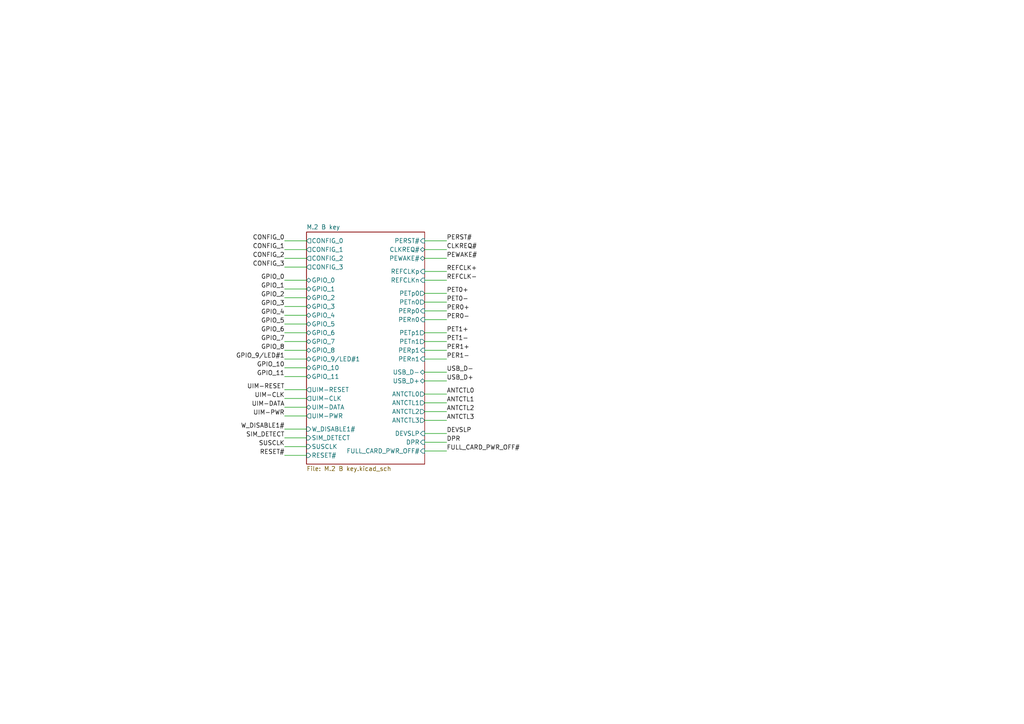
<source format=kicad_sch>
(kicad_sch
	(version 20250114)
	(generator "eeschema")
	(generator_version "9.0")
	(uuid "abab75f8-4cf0-4a9a-a40b-00268e01d8c0")
	(paper "A4")
	(lib_symbols)
	(wire
		(pts
			(xy 82.55 96.52) (xy 88.9 96.52)
		)
		(stroke
			(width 0)
			(type default)
		)
		(uuid "14a87907-bc9e-4c8f-9e61-c0e092013dad")
	)
	(wire
		(pts
			(xy 123.19 110.49) (xy 129.54 110.49)
		)
		(stroke
			(width 0)
			(type default)
		)
		(uuid "15ff817d-b089-402d-b4e0-8fac098977ad")
	)
	(wire
		(pts
			(xy 82.55 101.6) (xy 88.9 101.6)
		)
		(stroke
			(width 0)
			(type default)
		)
		(uuid "17c4bd32-e764-4705-b625-1427952dc449")
	)
	(wire
		(pts
			(xy 123.19 96.52) (xy 129.54 96.52)
		)
		(stroke
			(width 0)
			(type default)
		)
		(uuid "1f90ffad-7755-465e-9795-507954817404")
	)
	(wire
		(pts
			(xy 82.55 83.82) (xy 88.9 83.82)
		)
		(stroke
			(width 0)
			(type default)
		)
		(uuid "29af317a-7df7-4ecb-bb8c-10132e5e99be")
	)
	(wire
		(pts
			(xy 82.55 88.9) (xy 88.9 88.9)
		)
		(stroke
			(width 0)
			(type default)
		)
		(uuid "2b289574-2f1a-4713-93f0-de1c995e6459")
	)
	(wire
		(pts
			(xy 123.19 99.06) (xy 129.54 99.06)
		)
		(stroke
			(width 0)
			(type default)
		)
		(uuid "2ec9fcbb-8127-4c31-a613-17bb43000b0c")
	)
	(wire
		(pts
			(xy 82.55 74.93) (xy 88.9 74.93)
		)
		(stroke
			(width 0)
			(type default)
		)
		(uuid "32602c73-cd94-4d7e-bc1a-e9e9c8b8a876")
	)
	(wire
		(pts
			(xy 82.55 118.11) (xy 88.9 118.11)
		)
		(stroke
			(width 0)
			(type default)
		)
		(uuid "3674703d-707d-4dd9-b997-4217c42446f5")
	)
	(wire
		(pts
			(xy 123.19 116.84) (xy 129.54 116.84)
		)
		(stroke
			(width 0)
			(type default)
		)
		(uuid "3b1e787a-00c7-4e57-ab8d-05379c759623")
	)
	(wire
		(pts
			(xy 82.55 69.85) (xy 88.9 69.85)
		)
		(stroke
			(width 0)
			(type default)
		)
		(uuid "3edcde6c-9e46-4fa5-b2ee-aca7d950012e")
	)
	(wire
		(pts
			(xy 123.19 104.14) (xy 129.54 104.14)
		)
		(stroke
			(width 0)
			(type default)
		)
		(uuid "42e63ac3-7949-427e-a004-9997e1554ce4")
	)
	(wire
		(pts
			(xy 123.19 125.73) (xy 129.54 125.73)
		)
		(stroke
			(width 0)
			(type default)
		)
		(uuid "47ab0fea-3ad8-4a3d-ba7e-a0a5a7891bfa")
	)
	(wire
		(pts
			(xy 123.19 90.17) (xy 129.54 90.17)
		)
		(stroke
			(width 0)
			(type default)
		)
		(uuid "4a93c204-d127-44b4-acf2-753ce5caaf24")
	)
	(wire
		(pts
			(xy 123.19 119.38) (xy 129.54 119.38)
		)
		(stroke
			(width 0)
			(type default)
		)
		(uuid "5319b7a3-2383-4882-88d4-d4884e63682b")
	)
	(wire
		(pts
			(xy 123.19 81.28) (xy 129.54 81.28)
		)
		(stroke
			(width 0)
			(type default)
		)
		(uuid "59ef9279-0801-4ca1-8f38-21e65c3b12bd")
	)
	(wire
		(pts
			(xy 82.55 91.44) (xy 88.9 91.44)
		)
		(stroke
			(width 0)
			(type default)
		)
		(uuid "5a49d3d3-aa29-4f42-8578-f3f8e7116367")
	)
	(wire
		(pts
			(xy 82.55 106.68) (xy 88.9 106.68)
		)
		(stroke
			(width 0)
			(type default)
		)
		(uuid "657e0596-8bf0-4441-801b-ee8c55d35b32")
	)
	(wire
		(pts
			(xy 82.55 99.06) (xy 88.9 99.06)
		)
		(stroke
			(width 0)
			(type default)
		)
		(uuid "808e09c9-b9fb-42f8-b5a9-cfc50189b4ff")
	)
	(wire
		(pts
			(xy 82.55 129.54) (xy 88.9 129.54)
		)
		(stroke
			(width 0)
			(type default)
		)
		(uuid "84c0b2e4-adb3-48e4-817e-d157d9288b47")
	)
	(wire
		(pts
			(xy 82.55 113.03) (xy 88.9 113.03)
		)
		(stroke
			(width 0)
			(type default)
		)
		(uuid "860d2e40-3145-45fb-816e-9dfdd8218c4e")
	)
	(wire
		(pts
			(xy 82.55 120.65) (xy 88.9 120.65)
		)
		(stroke
			(width 0)
			(type default)
		)
		(uuid "8ae5ffe7-ea44-4508-9271-d790cef54af0")
	)
	(wire
		(pts
			(xy 82.55 86.36) (xy 88.9 86.36)
		)
		(stroke
			(width 0)
			(type default)
		)
		(uuid "8cf43d11-f05e-422c-bcfc-6663bba39622")
	)
	(wire
		(pts
			(xy 123.19 114.3) (xy 129.54 114.3)
		)
		(stroke
			(width 0)
			(type default)
		)
		(uuid "8f50c854-802d-412e-a12f-11387e789023")
	)
	(wire
		(pts
			(xy 82.55 93.98) (xy 88.9 93.98)
		)
		(stroke
			(width 0)
			(type default)
		)
		(uuid "99998f51-a420-47ee-81dd-4f83d5f8f2e2")
	)
	(wire
		(pts
			(xy 123.19 78.74) (xy 129.54 78.74)
		)
		(stroke
			(width 0)
			(type default)
		)
		(uuid "9afdfdf0-e6ab-4585-878f-c70bcc41f1ae")
	)
	(wire
		(pts
			(xy 82.55 104.14) (xy 88.9 104.14)
		)
		(stroke
			(width 0)
			(type default)
		)
		(uuid "9ff43e6c-5643-47dd-a3f6-563feae2f27c")
	)
	(wire
		(pts
			(xy 123.19 92.71) (xy 129.54 92.71)
		)
		(stroke
			(width 0)
			(type default)
		)
		(uuid "a5b62484-2945-4fb0-aaa6-fd174faa39eb")
	)
	(wire
		(pts
			(xy 123.19 72.39) (xy 129.54 72.39)
		)
		(stroke
			(width 0)
			(type default)
		)
		(uuid "a65ddec9-2508-46c8-8d67-2f7dcf2af602")
	)
	(wire
		(pts
			(xy 82.55 72.39) (xy 88.9 72.39)
		)
		(stroke
			(width 0)
			(type default)
		)
		(uuid "a70498da-919c-4d2d-b882-8c2547575471")
	)
	(wire
		(pts
			(xy 82.55 132.08) (xy 88.9 132.08)
		)
		(stroke
			(width 0)
			(type default)
		)
		(uuid "a84c3d36-2588-44bf-ab5f-e76a5fde788a")
	)
	(wire
		(pts
			(xy 82.55 127) (xy 88.9 127)
		)
		(stroke
			(width 0)
			(type default)
		)
		(uuid "aa5c5db4-010a-439f-88d8-f45b2ad55b0f")
	)
	(wire
		(pts
			(xy 123.19 85.09) (xy 129.54 85.09)
		)
		(stroke
			(width 0)
			(type default)
		)
		(uuid "abd58b6a-f326-488e-9eb4-866460fff967")
	)
	(wire
		(pts
			(xy 82.55 81.28) (xy 88.9 81.28)
		)
		(stroke
			(width 0)
			(type default)
		)
		(uuid "b50e83a2-472f-4016-9735-920edb7e1343")
	)
	(wire
		(pts
			(xy 123.19 74.93) (xy 129.54 74.93)
		)
		(stroke
			(width 0)
			(type default)
		)
		(uuid "b99cacc2-0d5a-4e0d-a5e8-2c0efa961726")
	)
	(wire
		(pts
			(xy 82.55 115.57) (xy 88.9 115.57)
		)
		(stroke
			(width 0)
			(type default)
		)
		(uuid "c13302ef-fe97-4e36-ad14-ebd16fb8ac64")
	)
	(wire
		(pts
			(xy 123.19 130.81) (xy 129.54 130.81)
		)
		(stroke
			(width 0)
			(type default)
		)
		(uuid "c606876c-e56a-47bf-b1ab-a7069e16e119")
	)
	(wire
		(pts
			(xy 82.55 77.47) (xy 88.9 77.47)
		)
		(stroke
			(width 0)
			(type default)
		)
		(uuid "cac63ce9-7334-4ec7-9e16-9057a9a465b7")
	)
	(wire
		(pts
			(xy 82.55 109.22) (xy 88.9 109.22)
		)
		(stroke
			(width 0)
			(type default)
		)
		(uuid "d2960a6c-43c4-4f56-8ffc-772ea05ba8a4")
	)
	(wire
		(pts
			(xy 123.19 128.27) (xy 129.54 128.27)
		)
		(stroke
			(width 0)
			(type default)
		)
		(uuid "e60085dc-3594-4b88-9c6a-016e783a29ad")
	)
	(wire
		(pts
			(xy 123.19 87.63) (xy 129.54 87.63)
		)
		(stroke
			(width 0)
			(type default)
		)
		(uuid "ec6d438e-c8ca-4fcc-957f-3a84e2b6cd95")
	)
	(wire
		(pts
			(xy 123.19 69.85) (xy 129.54 69.85)
		)
		(stroke
			(width 0)
			(type default)
		)
		(uuid "f1ab05ad-8983-440b-92be-f98edecdacf0")
	)
	(wire
		(pts
			(xy 123.19 107.95) (xy 129.54 107.95)
		)
		(stroke
			(width 0)
			(type default)
		)
		(uuid "f5bdae67-0260-4a43-a7a3-81b90bdfed4d")
	)
	(wire
		(pts
			(xy 123.19 121.92) (xy 129.54 121.92)
		)
		(stroke
			(width 0)
			(type default)
		)
		(uuid "f6ccf11e-b44d-46e7-bf56-f870949e9eb2")
	)
	(wire
		(pts
			(xy 123.19 101.6) (xy 129.54 101.6)
		)
		(stroke
			(width 0)
			(type default)
		)
		(uuid "f7a112b7-3bbf-47d7-b644-216b7ddd1e66")
	)
	(wire
		(pts
			(xy 82.55 124.46) (xy 88.9 124.46)
		)
		(stroke
			(width 0)
			(type default)
		)
		(uuid "fb88ba79-5290-4c17-a3c4-ef879d6266f7")
	)
	(label "PER0-"
		(at 129.54 92.71 0)
		(effects
			(font
				(size 1.27 1.27)
			)
			(justify left bottom)
		)
		(uuid "00779817-2ba2-4f27-a726-7c7bc591e79f")
	)
	(label "SIM_DETECT"
		(at 82.55 127 180)
		(effects
			(font
				(size 1.27 1.27)
			)
			(justify right bottom)
		)
		(uuid "08477d65-7ec7-44f9-8ab9-da5c6fb6b596")
	)
	(label "GPIO_9{slash}LED#1"
		(at 82.55 104.14 180)
		(effects
			(font
				(size 1.27 1.27)
			)
			(justify right bottom)
		)
		(uuid "09a5a558-a790-4795-903a-85aa27057bf6")
	)
	(label "CONFIG_1"
		(at 82.55 72.39 180)
		(effects
			(font
				(size 1.27 1.27)
			)
			(justify right bottom)
		)
		(uuid "0ad857bb-dde3-41b1-8866-456b2bdd4ba9")
	)
	(label "PERST#"
		(at 129.54 69.85 0)
		(effects
			(font
				(size 1.27 1.27)
			)
			(justify left bottom)
		)
		(uuid "0dc23c6f-1eff-4907-b4b9-72303db8354e")
	)
	(label "SUSCLK"
		(at 82.55 129.54 180)
		(effects
			(font
				(size 1.27 1.27)
			)
			(justify right bottom)
		)
		(uuid "0e4d065f-93c8-4edd-8d42-acb65a9199a3")
	)
	(label "PER1+"
		(at 129.54 101.6 0)
		(effects
			(font
				(size 1.27 1.27)
			)
			(justify left bottom)
		)
		(uuid "13f3054e-395a-4363-a773-986136094101")
	)
	(label "CONFIG_0"
		(at 82.55 69.85 180)
		(effects
			(font
				(size 1.27 1.27)
			)
			(justify right bottom)
		)
		(uuid "158d7bfc-1d13-4bc2-948e-65410ec6c68e")
	)
	(label "GPIO_8"
		(at 82.55 101.6 180)
		(effects
			(font
				(size 1.27 1.27)
			)
			(justify right bottom)
		)
		(uuid "1a0501b6-956b-411e-b965-06442f1d1a84")
	)
	(label "USB_D+"
		(at 129.54 110.49 0)
		(effects
			(font
				(size 1.27 1.27)
			)
			(justify left bottom)
		)
		(uuid "1d97a2f3-4309-459a-9877-9a43ef09c672")
	)
	(label "CONFIG_3"
		(at 82.55 77.47 180)
		(effects
			(font
				(size 1.27 1.27)
			)
			(justify right bottom)
		)
		(uuid "201f6cbf-256f-4498-9c7b-bcebec474c41")
	)
	(label "CLKREQ#"
		(at 129.54 72.39 0)
		(effects
			(font
				(size 1.27 1.27)
			)
			(justify left bottom)
		)
		(uuid "228803c5-b295-4633-991a-6f09165b88de")
	)
	(label "PET0-"
		(at 129.54 87.63 0)
		(effects
			(font
				(size 1.27 1.27)
			)
			(justify left bottom)
		)
		(uuid "2849ee7d-1a40-4b5e-89d8-d298f1aa45fd")
	)
	(label "GPIO_5"
		(at 82.55 93.98 180)
		(effects
			(font
				(size 1.27 1.27)
			)
			(justify right bottom)
		)
		(uuid "28594ec6-1c2c-422f-ada5-bff8cccd483a")
	)
	(label "DEVSLP"
		(at 129.54 125.73 0)
		(effects
			(font
				(size 1.27 1.27)
			)
			(justify left bottom)
		)
		(uuid "29a7028e-6632-4320-ad67-ace3b50f14d8")
	)
	(label "REFCLK+"
		(at 129.54 78.74 0)
		(effects
			(font
				(size 1.27 1.27)
			)
			(justify left bottom)
		)
		(uuid "2d6dbfe2-191b-4b84-943b-1c6f78cbd1ec")
	)
	(label "GPIO_4"
		(at 82.55 91.44 180)
		(effects
			(font
				(size 1.27 1.27)
			)
			(justify right bottom)
		)
		(uuid "3a6e0f54-849f-4c9a-8674-1540cb097680")
	)
	(label "PEWAKE#"
		(at 129.54 74.93 0)
		(effects
			(font
				(size 1.27 1.27)
			)
			(justify left bottom)
		)
		(uuid "4d260000-2311-49f5-86fd-141773303ee6")
	)
	(label "RESET#"
		(at 82.55 132.08 180)
		(effects
			(font
				(size 1.27 1.27)
			)
			(justify right bottom)
		)
		(uuid "520f0afd-849a-4b78-b93a-3ea6783501fd")
	)
	(label "W_DISABLE1#"
		(at 82.55 124.46 180)
		(effects
			(font
				(size 1.27 1.27)
			)
			(justify right bottom)
		)
		(uuid "53804e46-6f8f-4a4a-be20-27db092eb908")
	)
	(label "GPIO_6"
		(at 82.55 96.52 180)
		(effects
			(font
				(size 1.27 1.27)
			)
			(justify right bottom)
		)
		(uuid "5a26ff6d-4210-458e-b1b4-ec211fa326ce")
	)
	(label "GPIO_7"
		(at 82.55 99.06 180)
		(effects
			(font
				(size 1.27 1.27)
			)
			(justify right bottom)
		)
		(uuid "6054eca3-a0c6-47b2-adaa-d48106e22d38")
	)
	(label "GPIO_1"
		(at 82.55 83.82 180)
		(effects
			(font
				(size 1.27 1.27)
			)
			(justify right bottom)
		)
		(uuid "61c18a4c-b7f3-4d0f-afcb-740bdee4e9a6")
	)
	(label "ANTCTL3"
		(at 129.54 121.92 0)
		(effects
			(font
				(size 1.27 1.27)
			)
			(justify left bottom)
		)
		(uuid "77ab7121-8ca1-48c6-b589-da27675186c3")
	)
	(label "ANTCTL0"
		(at 129.54 114.3 0)
		(effects
			(font
				(size 1.27 1.27)
			)
			(justify left bottom)
		)
		(uuid "8b83bc01-78b9-4091-b093-b2f45251adce")
	)
	(label "GPIO_11"
		(at 82.55 109.22 180)
		(effects
			(font
				(size 1.27 1.27)
			)
			(justify right bottom)
		)
		(uuid "90bf8e7d-de41-4427-923c-38d195970bca")
	)
	(label "UIM-PWR"
		(at 82.55 120.65 180)
		(effects
			(font
				(size 1.27 1.27)
			)
			(justify right bottom)
		)
		(uuid "96131205-dfb5-421e-9d8b-821ea95e82c2")
	)
	(label "PER1-"
		(at 129.54 104.14 0)
		(effects
			(font
				(size 1.27 1.27)
			)
			(justify left bottom)
		)
		(uuid "994c05ea-7d4b-4a87-b413-44a327b732ff")
	)
	(label "USB_D-"
		(at 129.54 107.95 0)
		(effects
			(font
				(size 1.27 1.27)
			)
			(justify left bottom)
		)
		(uuid "9bd31c8b-e4e5-485a-9a0a-fb226e07be5d")
	)
	(label "PET0+"
		(at 129.54 85.09 0)
		(effects
			(font
				(size 1.27 1.27)
			)
			(justify left bottom)
		)
		(uuid "9e754f42-c517-4256-99ed-9ddd667bdfbc")
	)
	(label "GPIO_0"
		(at 82.55 81.28 180)
		(effects
			(font
				(size 1.27 1.27)
			)
			(justify right bottom)
		)
		(uuid "9fff7737-ae1b-4acb-bded-d3e4b0a0e4e2")
	)
	(label "FULL_CARD_PWR_OFF#"
		(at 129.54 130.81 0)
		(effects
			(font
				(size 1.27 1.27)
			)
			(justify left bottom)
		)
		(uuid "aaf5c609-0464-4726-8c7c-ce525237957a")
	)
	(label "GPIO_10"
		(at 82.55 106.68 180)
		(effects
			(font
				(size 1.27 1.27)
			)
			(justify right bottom)
		)
		(uuid "b23db1ba-ff2a-45c7-bf85-03660a7ea4ad")
	)
	(label "DPR"
		(at 129.54 128.27 0)
		(effects
			(font
				(size 1.27 1.27)
			)
			(justify left bottom)
		)
		(uuid "bd55289c-f734-47ae-824c-efbcd79d4221")
	)
	(label "UIM-RESET"
		(at 82.55 113.03 180)
		(effects
			(font
				(size 1.27 1.27)
			)
			(justify right bottom)
		)
		(uuid "c1675955-1169-4719-b7bf-95bf2004ff84")
	)
	(label "GPIO_2"
		(at 82.55 86.36 180)
		(effects
			(font
				(size 1.27 1.27)
			)
			(justify right bottom)
		)
		(uuid "c1de23e9-0196-4c64-b318-dd95945dc5e4")
	)
	(label "PET1-"
		(at 129.54 99.06 0)
		(effects
			(font
				(size 1.27 1.27)
			)
			(justify left bottom)
		)
		(uuid "c2621fd0-4374-404c-8919-6bb5f672729b")
	)
	(label "ANTCTL1"
		(at 129.54 116.84 0)
		(effects
			(font
				(size 1.27 1.27)
			)
			(justify left bottom)
		)
		(uuid "cc72807c-7e48-40d1-9441-bb0d4c46285b")
	)
	(label "PET1+"
		(at 129.54 96.52 0)
		(effects
			(font
				(size 1.27 1.27)
			)
			(justify left bottom)
		)
		(uuid "d9959579-f65f-474b-9062-7da85cf13025")
	)
	(label "CONFIG_2"
		(at 82.55 74.93 180)
		(effects
			(font
				(size 1.27 1.27)
			)
			(justify right bottom)
		)
		(uuid "df19865e-dbf1-4051-99f0-2b108f7ed999")
	)
	(label "UIM-DATA"
		(at 82.55 118.11 180)
		(effects
			(font
				(size 1.27 1.27)
			)
			(justify right bottom)
		)
		(uuid "e1b7bd5a-61e4-4273-930e-119c2528f104")
	)
	(label "PER0+"
		(at 129.54 90.17 0)
		(effects
			(font
				(size 1.27 1.27)
			)
			(justify left bottom)
		)
		(uuid "e47f2e24-2b5f-47b3-907a-26f474ade6f1")
	)
	(label "REFCLK-"
		(at 129.54 81.28 0)
		(effects
			(font
				(size 1.27 1.27)
			)
			(justify left bottom)
		)
		(uuid "e7ea5bcf-b578-4110-9344-29d4f5967972")
	)
	(label "UIM-CLK"
		(at 82.55 115.57 180)
		(effects
			(font
				(size 1.27 1.27)
			)
			(justify right bottom)
		)
		(uuid "eb00b01e-52b5-457c-93ed-5c31473c18d3")
	)
	(label "GPIO_3"
		(at 82.55 88.9 180)
		(effects
			(font
				(size 1.27 1.27)
			)
			(justify right bottom)
		)
		(uuid "ed929357-1055-47c8-9940-ed806c287d65")
	)
	(label "ANTCTL2"
		(at 129.54 119.38 0)
		(effects
			(font
				(size 1.27 1.27)
			)
			(justify left bottom)
		)
		(uuid "ef616591-58bd-49be-9a91-257b1df03d4e")
	)
	(sheet
		(at 88.9 67.31)
		(size 34.29 67.31)
		(exclude_from_sim no)
		(in_bom yes)
		(on_board yes)
		(dnp no)
		(fields_autoplaced yes)
		(stroke
			(width 0.1524)
			(type solid)
		)
		(fill
			(color 0 0 0 0.0000)
		)
		(uuid "807e8deb-9d23-419a-bd7b-27452b1fd4a2")
		(property "Sheetname" "M.2 B key"
			(at 88.9 66.5984 0)
			(effects
				(font
					(size 1.27 1.27)
				)
				(justify left bottom)
			)
		)
		(property "Sheetfile" "M.2 B key.kicad_sch"
			(at 88.9 135.2046 0)
			(effects
				(font
					(size 1.27 1.27)
				)
				(justify left top)
			)
		)
		(pin "CONFIG_1" output
			(at 88.9 72.39 180)
			(uuid "21173426-03e1-4ab6-b5f3-f232e17243cc")
			(effects
				(font
					(size 1.27 1.27)
				)
				(justify left)
			)
		)
		(pin "CONFIG_3" output
			(at 88.9 77.47 180)
			(uuid "ea5758b8-d716-4007-8f2a-b637dda03583")
			(effects
				(font
					(size 1.27 1.27)
				)
				(justify left)
			)
		)
		(pin "CONFIG_0" output
			(at 88.9 69.85 180)
			(uuid "a3a32b10-fe54-4655-8efc-1390244e592e")
			(effects
				(font
					(size 1.27 1.27)
				)
				(justify left)
			)
		)
		(pin "CONFIG_2" output
			(at 88.9 74.93 180)
			(uuid "4e4a17fd-c6d4-427d-91a6-d07061b03eeb")
			(effects
				(font
					(size 1.27 1.27)
				)
				(justify left)
			)
		)
		(pin "GPIO_5" bidirectional
			(at 88.9 93.98 180)
			(uuid "d8052c9f-c3b9-430f-a65a-2a3ca5ab40da")
			(effects
				(font
					(size 1.27 1.27)
				)
				(justify left)
			)
		)
		(pin "GPIO_9/LED#1" bidirectional
			(at 88.9 104.14 180)
			(uuid "90b0ba63-7e41-4807-9c04-42d89c9e0d3c")
			(effects
				(font
					(size 1.27 1.27)
				)
				(justify left)
			)
		)
		(pin "GPIO_6" bidirectional
			(at 88.9 96.52 180)
			(uuid "a6ef0004-38b8-4f56-87a1-c28353a7be21")
			(effects
				(font
					(size 1.27 1.27)
				)
				(justify left)
			)
		)
		(pin "GPIO_4" bidirectional
			(at 88.9 91.44 180)
			(uuid "2c827c27-1b5c-4273-9340-68d1398f1f53")
			(effects
				(font
					(size 1.27 1.27)
				)
				(justify left)
			)
		)
		(pin "GPIO_3" bidirectional
			(at 88.9 88.9 180)
			(uuid "3b2c023b-fd42-42c7-90aa-c6c6235c8e85")
			(effects
				(font
					(size 1.27 1.27)
				)
				(justify left)
			)
		)
		(pin "GPIO_2" bidirectional
			(at 88.9 86.36 180)
			(uuid "06b9daa0-db48-4d8e-a101-4b5efff702e2")
			(effects
				(font
					(size 1.27 1.27)
				)
				(justify left)
			)
		)
		(pin "GPIO_11" bidirectional
			(at 88.9 109.22 180)
			(uuid "d28c7292-383f-4a61-bd13-17d2f3e90905")
			(effects
				(font
					(size 1.27 1.27)
				)
				(justify left)
			)
		)
		(pin "GPIO_10" bidirectional
			(at 88.9 106.68 180)
			(uuid "e1a65e16-d110-4514-a096-1f4629be0f0c")
			(effects
				(font
					(size 1.27 1.27)
				)
				(justify left)
			)
		)
		(pin "GPIO_7" bidirectional
			(at 88.9 99.06 180)
			(uuid "ec5ea665-6140-4d7e-9e6f-0b5dfe73cfe0")
			(effects
				(font
					(size 1.27 1.27)
				)
				(justify left)
			)
		)
		(pin "GPIO_8" bidirectional
			(at 88.9 101.6 180)
			(uuid "ad2805c8-d386-4abb-844c-a24bb6f0919b")
			(effects
				(font
					(size 1.27 1.27)
				)
				(justify left)
			)
		)
		(pin "GPIO_1" bidirectional
			(at 88.9 83.82 180)
			(uuid "ec1532b9-41ff-4430-9c03-6b04c9044198")
			(effects
				(font
					(size 1.27 1.27)
				)
				(justify left)
			)
		)
		(pin "GPIO_0" bidirectional
			(at 88.9 81.28 180)
			(uuid "033748f9-c51d-4bf3-958f-7b00e3d7b3c2")
			(effects
				(font
					(size 1.27 1.27)
				)
				(justify left)
			)
		)
		(pin "UIM-RESET" output
			(at 88.9 113.03 180)
			(uuid "281cb812-711a-4622-b01f-e92fbc1681ca")
			(effects
				(font
					(size 1.27 1.27)
				)
				(justify left)
			)
		)
		(pin "UIM-CLK" output
			(at 88.9 115.57 180)
			(uuid "8fcd869d-95ed-4c13-b143-fd23cf99b9c2")
			(effects
				(font
					(size 1.27 1.27)
				)
				(justify left)
			)
		)
		(pin "UIM-DATA" bidirectional
			(at 88.9 118.11 180)
			(uuid "af00b81a-b31a-456b-9c8b-ffb9bed04efa")
			(effects
				(font
					(size 1.27 1.27)
				)
				(justify left)
			)
		)
		(pin "UIM-PWR" output
			(at 88.9 120.65 180)
			(uuid "e56a6793-7b28-49e9-a9d8-dc7795e71600")
			(effects
				(font
					(size 1.27 1.27)
				)
				(justify left)
			)
		)
		(pin "PERST#" input
			(at 123.19 69.85 0)
			(uuid "b9a63eb7-eb5c-491f-b87a-e744b1742266")
			(effects
				(font
					(size 1.27 1.27)
				)
				(justify right)
			)
		)
		(pin "PEWAKE#" bidirectional
			(at 123.19 74.93 0)
			(uuid "80f445bf-fded-498a-af1c-923a15ef1968")
			(effects
				(font
					(size 1.27 1.27)
				)
				(justify right)
			)
		)
		(pin "CLKREQ#" bidirectional
			(at 123.19 72.39 0)
			(uuid "cacd793f-e8d8-4d03-aada-4bd1fef0c837")
			(effects
				(font
					(size 1.27 1.27)
				)
				(justify right)
			)
		)
		(pin "REFCLKp" input
			(at 123.19 78.74 0)
			(uuid "11fc4c39-ce07-44e0-bf7f-c26fd433d3eb")
			(effects
				(font
					(size 1.27 1.27)
				)
				(justify right)
			)
		)
		(pin "REFCLKn" input
			(at 123.19 81.28 0)
			(uuid "e8f9a918-9d5a-4036-a6d7-7bd66be28aac")
			(effects
				(font
					(size 1.27 1.27)
				)
				(justify right)
			)
		)
		(pin "PETp0" output
			(at 123.19 85.09 0)
			(uuid "67795406-f6dd-41fe-81fc-dc18b86dc428")
			(effects
				(font
					(size 1.27 1.27)
				)
				(justify right)
			)
		)
		(pin "PETn0" output
			(at 123.19 87.63 0)
			(uuid "f0759468-3fd7-47c1-a061-f368191bbe30")
			(effects
				(font
					(size 1.27 1.27)
				)
				(justify right)
			)
		)
		(pin "PERn0" input
			(at 123.19 92.71 0)
			(uuid "6b52fd54-18f3-4db2-8fef-bf00d40ab07a")
			(effects
				(font
					(size 1.27 1.27)
				)
				(justify right)
			)
		)
		(pin "PERp0" input
			(at 123.19 90.17 0)
			(uuid "ee2c6763-c738-43fb-ae3a-3d8626456dad")
			(effects
				(font
					(size 1.27 1.27)
				)
				(justify right)
			)
		)
		(pin "PETp1" output
			(at 123.19 96.52 0)
			(uuid "c4fdf5f3-4c4d-4b31-81d6-110d91b39c8d")
			(effects
				(font
					(size 1.27 1.27)
				)
				(justify right)
			)
		)
		(pin "PETn1" output
			(at 123.19 99.06 0)
			(uuid "ac7764b8-9222-4d14-b04e-8dc6b77d2927")
			(effects
				(font
					(size 1.27 1.27)
				)
				(justify right)
			)
		)
		(pin "PERn1" input
			(at 123.19 104.14 0)
			(uuid "75ad8bc0-71ff-4800-a9f5-019e0cb4dbf9")
			(effects
				(font
					(size 1.27 1.27)
				)
				(justify right)
			)
		)
		(pin "PERp1" input
			(at 123.19 101.6 0)
			(uuid "bb23a659-090f-4905-9444-8174dc217a32")
			(effects
				(font
					(size 1.27 1.27)
				)
				(justify right)
			)
		)
		(pin "USB_D-" bidirectional
			(at 123.19 107.95 0)
			(uuid "b7c59687-6ddd-42f2-94f2-80a085da6a1d")
			(effects
				(font
					(size 1.27 1.27)
				)
				(justify right)
			)
		)
		(pin "USB_D+" bidirectional
			(at 123.19 110.49 0)
			(uuid "8c82e057-576c-4da5-a8ed-9b509faadce4")
			(effects
				(font
					(size 1.27 1.27)
				)
				(justify right)
			)
		)
		(pin "ANTCTL0" output
			(at 123.19 114.3 0)
			(uuid "61a6235d-53f1-43c7-aeb3-16731ae93c8f")
			(effects
				(font
					(size 1.27 1.27)
				)
				(justify right)
			)
		)
		(pin "ANTCTL3" output
			(at 123.19 121.92 0)
			(uuid "845e8c0f-6012-49bc-93d3-e793b5ce4c8a")
			(effects
				(font
					(size 1.27 1.27)
				)
				(justify right)
			)
		)
		(pin "ANTCTL1" output
			(at 123.19 116.84 0)
			(uuid "170c8d01-9812-410f-987d-bd439b305b7b")
			(effects
				(font
					(size 1.27 1.27)
				)
				(justify right)
			)
		)
		(pin "ANTCTL2" output
			(at 123.19 119.38 0)
			(uuid "c88b1655-1e6a-40bd-bfd6-f66c32bf3200")
			(effects
				(font
					(size 1.27 1.27)
				)
				(justify right)
			)
		)
		(pin "W_DISABLE1#" input
			(at 88.9 124.46 180)
			(uuid "992a1c7d-95eb-4e6a-b306-ec5787350098")
			(effects
				(font
					(size 1.27 1.27)
				)
				(justify left)
			)
		)
		(pin "SIM_DETECT" input
			(at 88.9 127 180)
			(uuid "f8af14e0-9ed0-49e4-b74f-b79576a8d16e")
			(effects
				(font
					(size 1.27 1.27)
				)
				(justify left)
			)
		)
		(pin "RESET#" input
			(at 88.9 132.08 180)
			(uuid "1eb343db-b731-4c67-bae8-c005180bab92")
			(effects
				(font
					(size 1.27 1.27)
				)
				(justify left)
			)
		)
		(pin "DEVSLP" input
			(at 123.19 125.73 0)
			(uuid "717093c7-06ba-441f-93e3-3020f8ce2278")
			(effects
				(font
					(size 1.27 1.27)
				)
				(justify right)
			)
		)
		(pin "FULL_CARD_PWR_OFF#" input
			(at 123.19 130.81 0)
			(uuid "7d55be24-f97e-427b-862c-a8b61094a4ce")
			(effects
				(font
					(size 1.27 1.27)
				)
				(justify right)
			)
		)
		(pin "DPR" input
			(at 123.19 128.27 0)
			(uuid "65ed6906-9fe9-4391-8e61-c2c13b4b5dd6")
			(effects
				(font
					(size 1.27 1.27)
				)
				(justify right)
			)
		)
		(pin "SUSCLK" input
			(at 88.9 129.54 180)
			(uuid "ffda130c-39c5-4781-8ce6-c24e6ac824c4")
			(effects
				(font
					(size 1.27 1.27)
				)
				(justify left)
			)
		)
		(instances
			(project "M.2 B Key 2242"
				(path "/abab75f8-4cf0-4a9a-a40b-00268e01d8c0"
					(page "2")
				)
			)
		)
	)
	(sheet_instances
		(path "/"
			(page "1")
		)
	)
	(embedded_fonts no)
)

</source>
